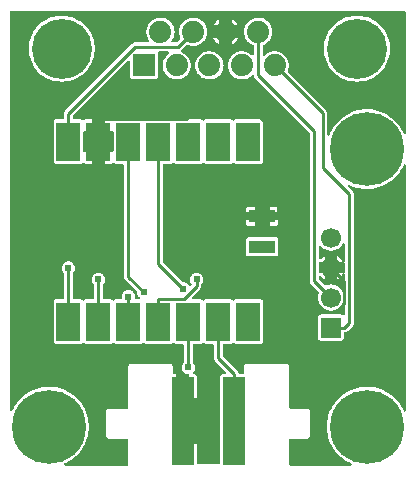
<source format=gtl>
G04 Layer: TopLayer*
G04 EasyEDA v6.4.14, 2021-02-02T13:22:32--5:00*
G04 99f0f78b573744e3acd602d4f8b6235f,d79a69aa59da4e1fbb9b7d465b79b5da,10*
G04 Gerber Generator version 0.2*
G04 Scale: 100 percent, Rotated: No, Reflected: No *
G04 Dimensions in millimeters *
G04 leading zeros omitted , absolute positions ,4 integer and 5 decimal *
%FSLAX45Y45*%
%MOMM*%

%ADD11C,0.2600*%
%ADD12C,0.6100*%
%ADD13R,2.0000X3.3000*%
%ADD14R,2.3000X1.1000*%
%ADD15R,1.9000X7.5000*%
%ADD16R,1.7000X1.7000*%
%ADD17C,1.7000*%
%ADD19C,1.8796*%
%ADD20C,5.0800*%
%ADD21C,6.2500*%

%LPD*%
G36*
X2848813Y1492148D02*
G01*
X2844749Y1494028D01*
X2841853Y1497431D01*
X2837789Y1505153D01*
X2829712Y1516786D01*
X2820162Y1527251D01*
X2809392Y1536446D01*
X2797505Y1544218D01*
X2784703Y1550365D01*
X2771241Y1554835D01*
X2757322Y1557528D01*
X2743200Y1558442D01*
X2729077Y1557528D01*
X2715158Y1554835D01*
X2702864Y1550720D01*
X2699156Y1550212D01*
X2695549Y1551076D01*
X2692450Y1553210D01*
X2645105Y1600555D01*
X2642920Y1603806D01*
X2642158Y1607718D01*
X2642158Y1622399D01*
X2643022Y1626463D01*
X2645410Y1629867D01*
X2648966Y1632000D01*
X2653080Y1632508D01*
X2657043Y1631391D01*
X2660243Y1628749D01*
X2661310Y1627428D01*
X2671470Y1617573D01*
X2682849Y1609090D01*
X2694330Y1602587D01*
X2694330Y1652930D01*
X2652318Y1652930D01*
X2648407Y1653743D01*
X2645105Y1655927D01*
X2642920Y1659229D01*
X2642158Y1663090D01*
X2642158Y1740509D01*
X2642920Y1744370D01*
X2645105Y1747672D01*
X2648407Y1749856D01*
X2652318Y1750669D01*
X2694330Y1750669D01*
X2694330Y1800809D01*
X2688894Y1798218D01*
X2677007Y1790446D01*
X2666238Y1781251D01*
X2659837Y1774240D01*
X2656586Y1771853D01*
X2652623Y1770888D01*
X2648661Y1771599D01*
X2645257Y1773783D01*
X2642971Y1777085D01*
X2642158Y1781048D01*
X2642158Y1876399D01*
X2643022Y1880463D01*
X2645410Y1883867D01*
X2648966Y1886000D01*
X2653080Y1886508D01*
X2657043Y1885391D01*
X2660243Y1882749D01*
X2661310Y1881428D01*
X2671470Y1871573D01*
X2682849Y1863089D01*
X2695194Y1856130D01*
X2708351Y1850796D01*
X2722067Y1847189D01*
X2736088Y1845411D01*
X2750312Y1845411D01*
X2764332Y1847189D01*
X2778048Y1850796D01*
X2791206Y1856130D01*
X2803550Y1863089D01*
X2814929Y1871573D01*
X2825089Y1881428D01*
X2833928Y1892503D01*
X2841548Y1905254D01*
X2843834Y1908454D01*
X2847136Y1910588D01*
X2850997Y1911299D01*
X2854858Y1910486D01*
X2858058Y1908251D01*
X2860243Y1905000D01*
X2861005Y1901139D01*
X2861005Y1756105D01*
X2860040Y1751736D01*
X2857246Y1748231D01*
X2858058Y1747672D01*
X2860243Y1744370D01*
X2861005Y1740509D01*
X2861005Y1663090D01*
X2860243Y1659229D01*
X2858058Y1655927D01*
X2856839Y1655114D01*
X2858058Y1654251D01*
X2860243Y1651000D01*
X2861005Y1647139D01*
X2861005Y1502105D01*
X2860040Y1497736D01*
X2857246Y1494231D01*
X2853283Y1492250D01*
G37*

%LPC*%
G36*
X2792069Y1602587D02*
G01*
X2803550Y1609090D01*
X2814929Y1617573D01*
X2825089Y1627428D01*
X2833928Y1638503D01*
X2841548Y1651254D01*
X2842768Y1652930D01*
X2792069Y1652930D01*
G37*
G36*
X2792069Y1750669D02*
G01*
X2842514Y1750669D01*
X2841853Y1751431D01*
X2837789Y1759153D01*
X2829712Y1770786D01*
X2820162Y1781251D01*
X2809392Y1790446D01*
X2797505Y1798218D01*
X2792069Y1800809D01*
G37*

%LPD*%
G36*
X493064Y25654D02*
G01*
X489153Y26416D01*
X485901Y28600D01*
X483666Y31902D01*
X482904Y35763D01*
X483666Y39674D01*
X485851Y42976D01*
X489102Y45161D01*
X498195Y48971D01*
X520954Y60655D01*
X542798Y74015D01*
X563575Y88950D01*
X583133Y105460D01*
X601421Y123393D01*
X618236Y142646D01*
X633628Y163118D01*
X647395Y184658D01*
X659485Y207213D01*
X669798Y230632D01*
X678383Y254762D01*
X685088Y279450D01*
X689864Y304596D01*
X692759Y330047D01*
X693724Y355600D01*
X692759Y381152D01*
X689864Y406603D01*
X685088Y431749D01*
X678383Y456438D01*
X669798Y480568D01*
X659485Y503986D01*
X647395Y526542D01*
X633628Y548081D01*
X618236Y568553D01*
X601421Y587806D01*
X583133Y605739D01*
X563575Y622249D01*
X542798Y637184D01*
X520954Y650544D01*
X498195Y662228D01*
X474573Y672134D01*
X450291Y680212D01*
X425500Y686460D01*
X400253Y690778D01*
X374802Y693216D01*
X349199Y693674D01*
X323646Y692251D01*
X298297Y688848D01*
X273253Y683564D01*
X248666Y676402D01*
X224739Y667410D01*
X201523Y656590D01*
X179171Y644093D01*
X157886Y629920D01*
X137718Y614172D01*
X118770Y596950D01*
X101193Y578358D01*
X85090Y558495D01*
X70510Y537413D01*
X57556Y515366D01*
X46329Y492353D01*
X45262Y489610D01*
X43078Y486257D01*
X39776Y484022D01*
X35915Y483209D01*
X32004Y483971D01*
X28651Y486156D01*
X26416Y489458D01*
X25654Y493369D01*
X25654Y3863086D01*
X26416Y3866997D01*
X28651Y3870248D01*
X31902Y3872484D01*
X35814Y3873246D01*
X3367786Y3873246D01*
X3371697Y3872484D01*
X3374948Y3870248D01*
X3377184Y3866997D01*
X3377946Y3863086D01*
X3377946Y2842564D01*
X3377184Y2838704D01*
X3374999Y2835452D01*
X3371748Y2833217D01*
X3367938Y2832404D01*
X3364077Y2833116D01*
X3360724Y2835249D01*
X3358489Y2838450D01*
X3351885Y2853486D01*
X3339795Y2876042D01*
X3326028Y2897581D01*
X3310636Y2918053D01*
X3293821Y2937306D01*
X3275533Y2955239D01*
X3255975Y2971749D01*
X3235198Y2986684D01*
X3213354Y3000044D01*
X3190595Y3011728D01*
X3166973Y3021634D01*
X3142691Y3029712D01*
X3117900Y3035960D01*
X3092653Y3040278D01*
X3067202Y3042716D01*
X3041599Y3043174D01*
X3016046Y3041751D01*
X2990697Y3038348D01*
X2965653Y3033064D01*
X2941066Y3025902D01*
X2917139Y3016910D01*
X2893923Y3006090D01*
X2871571Y2993593D01*
X2850286Y2979420D01*
X2830118Y2963672D01*
X2811170Y2946450D01*
X2793593Y2927858D01*
X2777490Y2907995D01*
X2762910Y2886913D01*
X2749956Y2864866D01*
X2738729Y2841853D01*
X2732125Y2825191D01*
X2729941Y2821838D01*
X2726639Y2819603D01*
X2722778Y2818790D01*
X2718816Y2819552D01*
X2715514Y2821736D01*
X2713278Y2825038D01*
X2712516Y2828950D01*
X2712516Y3007614D01*
X2711704Y3015640D01*
X2709519Y3022904D01*
X2705963Y3029559D01*
X2700832Y3035808D01*
X2380437Y3356203D01*
X2378202Y3359607D01*
X2377490Y3363620D01*
X2378405Y3367633D01*
X2379776Y3370529D01*
X2384247Y3384600D01*
X2386939Y3399078D01*
X2387854Y3413760D01*
X2386939Y3428441D01*
X2384247Y3442919D01*
X2379776Y3456990D01*
X2373579Y3470351D01*
X2365857Y3482848D01*
X2356612Y3494328D01*
X2346045Y3504590D01*
X2334310Y3513480D01*
X2321560Y3520846D01*
X2307996Y3526586D01*
X2293823Y3530600D01*
X2279243Y3532886D01*
X2264511Y3533343D01*
X2249881Y3531971D01*
X2235504Y3528822D01*
X2221585Y3523894D01*
X2208428Y3517341D01*
X2196134Y3509213D01*
X2184857Y3499510D01*
X2181555Y3497122D01*
X2177643Y3496208D01*
X2173681Y3496868D01*
X2170277Y3499053D01*
X2167991Y3502406D01*
X2167178Y3506368D01*
X2167178Y3578250D01*
X2167940Y3582111D01*
X2170125Y3585362D01*
X2173376Y3587597D01*
X2181860Y3591153D01*
X2194610Y3598519D01*
X2206345Y3607409D01*
X2216912Y3617671D01*
X2226157Y3629151D01*
X2233879Y3641648D01*
X2240076Y3655009D01*
X2244547Y3669080D01*
X2247239Y3683558D01*
X2248154Y3698240D01*
X2247239Y3712921D01*
X2244547Y3727399D01*
X2240076Y3741470D01*
X2233879Y3754831D01*
X2226157Y3767328D01*
X2216912Y3778808D01*
X2206345Y3789070D01*
X2194610Y3797960D01*
X2181860Y3805326D01*
X2168296Y3811066D01*
X2154123Y3815079D01*
X2139543Y3817365D01*
X2124811Y3817823D01*
X2110181Y3816451D01*
X2095804Y3813301D01*
X2081885Y3808374D01*
X2068728Y3801821D01*
X2056434Y3793693D01*
X2045258Y3784092D01*
X2035352Y3773220D01*
X2026818Y3761232D01*
X2019858Y3748227D01*
X2014524Y3734511D01*
X2010918Y3720236D01*
X2009139Y3705606D01*
X2009139Y3690874D01*
X2010918Y3676243D01*
X2014524Y3661968D01*
X2019858Y3648252D01*
X2026818Y3635248D01*
X2035352Y3623259D01*
X2045258Y3612387D01*
X2056434Y3602786D01*
X2068728Y3594658D01*
X2081885Y3588105D01*
X2086610Y3585514D01*
X2088997Y3582162D01*
X2089861Y3578098D01*
X2089861Y3508552D01*
X2089099Y3504692D01*
X2086914Y3501390D01*
X2083663Y3499205D01*
X2079802Y3498392D01*
X2075942Y3499104D01*
X2072639Y3501237D01*
X2069185Y3504590D01*
X2057450Y3513480D01*
X2044700Y3520846D01*
X2031136Y3526586D01*
X2016963Y3530600D01*
X2002383Y3532886D01*
X1987651Y3533343D01*
X1973021Y3531971D01*
X1958644Y3528822D01*
X1944725Y3523894D01*
X1931568Y3517341D01*
X1919274Y3509213D01*
X1908098Y3499612D01*
X1898192Y3488740D01*
X1889658Y3476751D01*
X1882698Y3463747D01*
X1877364Y3450031D01*
X1873757Y3435756D01*
X1871980Y3421126D01*
X1871980Y3406394D01*
X1873757Y3391763D01*
X1877364Y3377488D01*
X1882698Y3363772D01*
X1889658Y3350768D01*
X1898192Y3338779D01*
X1908098Y3327908D01*
X1919274Y3318306D01*
X1931568Y3310178D01*
X1944725Y3303625D01*
X1958644Y3298698D01*
X1973021Y3295548D01*
X1987651Y3294176D01*
X2002383Y3294634D01*
X2016963Y3296920D01*
X2031136Y3300933D01*
X2044700Y3306673D01*
X2057450Y3314039D01*
X2069185Y3322929D01*
X2075129Y3328670D01*
X2078634Y3330905D01*
X2082698Y3331514D01*
X2086711Y3330498D01*
X2089962Y3327958D01*
X2091943Y3324351D01*
X2092858Y3321253D01*
X2096414Y3314598D01*
X2101545Y3308350D01*
X2561894Y2848000D01*
X2564079Y2844749D01*
X2564841Y2840837D01*
X2564841Y1588008D01*
X2565654Y1579981D01*
X2567838Y1572717D01*
X2571394Y1566062D01*
X2576525Y1559814D01*
X2637891Y1498447D01*
X2640076Y1495247D01*
X2640888Y1491538D01*
X2640228Y1487728D01*
X2637129Y1479296D01*
X2633980Y1465478D01*
X2632608Y1451356D01*
X2633065Y1437182D01*
X2635351Y1423162D01*
X2639364Y1409598D01*
X2645105Y1396644D01*
X2652471Y1384503D01*
X2661310Y1373428D01*
X2671470Y1363573D01*
X2682849Y1355090D01*
X2695194Y1348130D01*
X2708351Y1342796D01*
X2722067Y1339189D01*
X2736088Y1337411D01*
X2750312Y1337411D01*
X2764332Y1339189D01*
X2778048Y1342796D01*
X2791206Y1348130D01*
X2803550Y1355090D01*
X2814929Y1363573D01*
X2825089Y1373428D01*
X2833928Y1384503D01*
X2841548Y1397254D01*
X2843834Y1400454D01*
X2847136Y1402588D01*
X2850997Y1403299D01*
X2854858Y1402486D01*
X2858058Y1400251D01*
X2860243Y1397000D01*
X2861005Y1393139D01*
X2861005Y1306474D01*
X2860090Y1302258D01*
X2857500Y1298803D01*
X2853690Y1296720D01*
X2849372Y1296416D01*
X2845358Y1297940D01*
X2839262Y1301851D01*
X2833878Y1303731D01*
X2827629Y1304442D01*
X2658770Y1304442D01*
X2652522Y1303731D01*
X2647086Y1301851D01*
X2642260Y1298803D01*
X2638196Y1294739D01*
X2635148Y1289913D01*
X2633268Y1284478D01*
X2632557Y1278229D01*
X2632557Y1109370D01*
X2633268Y1103122D01*
X2635148Y1097686D01*
X2638196Y1092860D01*
X2642260Y1088796D01*
X2647086Y1085748D01*
X2652522Y1083868D01*
X2658770Y1083157D01*
X2827629Y1083157D01*
X2833878Y1083868D01*
X2839313Y1085748D01*
X2844139Y1088796D01*
X2848203Y1092860D01*
X2851251Y1097686D01*
X2853131Y1103122D01*
X2853842Y1109370D01*
X2853842Y1145641D01*
X2854553Y1149299D01*
X2856484Y1152448D01*
X2859430Y1154684D01*
X2863037Y1155750D01*
X2865018Y1155954D01*
X2872282Y1158138D01*
X2878937Y1161694D01*
X2885186Y1166825D01*
X2926638Y1208278D01*
X2931769Y1214526D01*
X2935325Y1221181D01*
X2937510Y1228445D01*
X2938322Y1236472D01*
X2938322Y2320544D01*
X2937510Y2328570D01*
X2935325Y2335834D01*
X2931769Y2342489D01*
X2926638Y2348738D01*
X2892247Y2383180D01*
X2890012Y2386533D01*
X2889250Y2390444D01*
X2890113Y2394407D01*
X2892399Y2397709D01*
X2895803Y2399842D01*
X2899765Y2400503D01*
X2903677Y2399538D01*
X2917139Y2393289D01*
X2941066Y2384298D01*
X2965653Y2377135D01*
X2990697Y2371852D01*
X3016046Y2368448D01*
X3041599Y2367026D01*
X3067202Y2367483D01*
X3092653Y2369921D01*
X3117900Y2374239D01*
X3142691Y2380488D01*
X3166973Y2388565D01*
X3190595Y2398471D01*
X3213354Y2410155D01*
X3235198Y2423515D01*
X3255975Y2438450D01*
X3275533Y2454960D01*
X3293821Y2472893D01*
X3310636Y2492146D01*
X3326028Y2512618D01*
X3339795Y2534158D01*
X3351885Y2556713D01*
X3358489Y2571750D01*
X3360724Y2574950D01*
X3364077Y2577084D01*
X3367938Y2577795D01*
X3371748Y2576982D01*
X3374999Y2574747D01*
X3377184Y2571496D01*
X3377946Y2567635D01*
X3377946Y493064D01*
X3377184Y489204D01*
X3374999Y485952D01*
X3371748Y483717D01*
X3367938Y482904D01*
X3364077Y483616D01*
X3360724Y485749D01*
X3358489Y488950D01*
X3351885Y503986D01*
X3339795Y526542D01*
X3326028Y548081D01*
X3310636Y568553D01*
X3293821Y587806D01*
X3275533Y605739D01*
X3255975Y622249D01*
X3235198Y637184D01*
X3213354Y650544D01*
X3190595Y662228D01*
X3166973Y672134D01*
X3142691Y680212D01*
X3117900Y686460D01*
X3092653Y690778D01*
X3067202Y693216D01*
X3041599Y693674D01*
X3016046Y692251D01*
X2990697Y688848D01*
X2965653Y683564D01*
X2941066Y676402D01*
X2917139Y667410D01*
X2893923Y656590D01*
X2871571Y644093D01*
X2850286Y629920D01*
X2830118Y614172D01*
X2811170Y596950D01*
X2793593Y578358D01*
X2777490Y558495D01*
X2762910Y537413D01*
X2749956Y515366D01*
X2738729Y492353D01*
X2729280Y468579D01*
X2721660Y444144D01*
X2715869Y419201D01*
X2712008Y393903D01*
X2710078Y368401D01*
X2710078Y342798D01*
X2712008Y317296D01*
X2715869Y291998D01*
X2721660Y267055D01*
X2729280Y242620D01*
X2738729Y218846D01*
X2749956Y195834D01*
X2762910Y173786D01*
X2777490Y152704D01*
X2793593Y132842D01*
X2811170Y114249D01*
X2830118Y97028D01*
X2850286Y81280D01*
X2871571Y67106D01*
X2893923Y54610D01*
X2914497Y45008D01*
X2917647Y42722D01*
X2919730Y39420D01*
X2920390Y35560D01*
X2919526Y31750D01*
X2917291Y28549D01*
X2914040Y26416D01*
X2910230Y25654D01*
X2398014Y25654D01*
X2394102Y26416D01*
X2390851Y28651D01*
X2388616Y31902D01*
X2387854Y35814D01*
X2387854Y243586D01*
X2388616Y247497D01*
X2390851Y250748D01*
X2394102Y252984D01*
X2398014Y253746D01*
X2539390Y253746D01*
X2545842Y254508D01*
X2551277Y256590D01*
X2556357Y260096D01*
X2559405Y263144D01*
X2561996Y266700D01*
X2564485Y272186D01*
X2565654Y279552D01*
X2565654Y481990D01*
X2564892Y488442D01*
X2562809Y493877D01*
X2559304Y498957D01*
X2556256Y502005D01*
X2552700Y504596D01*
X2547213Y507085D01*
X2539847Y508254D01*
X2398014Y508254D01*
X2394102Y509016D01*
X2390851Y511251D01*
X2388616Y514502D01*
X2387854Y518414D01*
X2387854Y862990D01*
X2387092Y869442D01*
X2385009Y874877D01*
X2381504Y879957D01*
X2378456Y883005D01*
X2374900Y885596D01*
X2369413Y888085D01*
X2362047Y889253D01*
X2032609Y889253D01*
X2026157Y888492D01*
X2020722Y886409D01*
X2015642Y882903D01*
X2012594Y879856D01*
X2010003Y876300D01*
X2007514Y870813D01*
X2006346Y863447D01*
X2006346Y810615D01*
X2005584Y806704D01*
X2003348Y803452D01*
X2000097Y801217D01*
X1996186Y800455D01*
X1972462Y800455D01*
X1968804Y801116D01*
X1965655Y803097D01*
X1963369Y806043D01*
X1962150Y811428D01*
X1959965Y818692D01*
X1956409Y825347D01*
X1951278Y831596D01*
X1832305Y950569D01*
X1830120Y953820D01*
X1829358Y957732D01*
X1829358Y1043787D01*
X1830120Y1047699D01*
X1832305Y1050950D01*
X1835607Y1053185D01*
X1839518Y1053947D01*
X1890115Y1053947D01*
X1896414Y1054658D01*
X1901799Y1056538D01*
X1906676Y1059586D01*
X1910537Y1063447D01*
X1913788Y1065631D01*
X1917700Y1066444D01*
X1921611Y1065631D01*
X1924862Y1063447D01*
X1928723Y1059586D01*
X1933600Y1056538D01*
X1938985Y1054658D01*
X1945284Y1053947D01*
X2144115Y1053947D01*
X2150414Y1054658D01*
X2155799Y1056538D01*
X2160676Y1059586D01*
X2164689Y1063650D01*
X2167737Y1068476D01*
X2169668Y1073912D01*
X2170379Y1080160D01*
X2170379Y1409039D01*
X2169668Y1415288D01*
X2167737Y1420723D01*
X2164689Y1425549D01*
X2160676Y1429613D01*
X2155799Y1432661D01*
X2150414Y1434541D01*
X2144115Y1435252D01*
X1945284Y1435252D01*
X1938985Y1434541D01*
X1933600Y1432661D01*
X1928723Y1429613D01*
X1924862Y1425752D01*
X1921611Y1423517D01*
X1917700Y1422755D01*
X1913788Y1423517D01*
X1910537Y1425752D01*
X1906676Y1429613D01*
X1901799Y1432661D01*
X1896414Y1434541D01*
X1890115Y1435252D01*
X1691284Y1435252D01*
X1684985Y1434541D01*
X1679600Y1432661D01*
X1674723Y1429613D01*
X1670862Y1425752D01*
X1667611Y1423517D01*
X1663700Y1422755D01*
X1659788Y1423517D01*
X1656537Y1425752D01*
X1652676Y1429613D01*
X1647799Y1432661D01*
X1642414Y1434541D01*
X1636115Y1435252D01*
X1574393Y1435252D01*
X1570482Y1436014D01*
X1567230Y1438249D01*
X1564995Y1441500D01*
X1564233Y1445412D01*
X1564995Y1449324D01*
X1567230Y1452575D01*
X1633524Y1518920D01*
X1638655Y1525168D01*
X1642211Y1531823D01*
X1644396Y1539087D01*
X1645208Y1547114D01*
X1645208Y1557121D01*
X1645970Y1560982D01*
X1648155Y1564284D01*
X1649526Y1565656D01*
X1655165Y1573682D01*
X1659280Y1582521D01*
X1661820Y1591970D01*
X1662684Y1601724D01*
X1661820Y1611477D01*
X1659280Y1620926D01*
X1655165Y1629765D01*
X1649526Y1637792D01*
X1642618Y1644700D01*
X1634591Y1650339D01*
X1625752Y1654454D01*
X1616303Y1656994D01*
X1606550Y1657857D01*
X1596796Y1656994D01*
X1587347Y1654454D01*
X1578508Y1650339D01*
X1570482Y1644700D01*
X1563573Y1637792D01*
X1557934Y1629765D01*
X1553819Y1620926D01*
X1551279Y1611477D01*
X1550416Y1601724D01*
X1551279Y1591970D01*
X1553819Y1582521D01*
X1557934Y1573682D01*
X1561693Y1568297D01*
X1563217Y1565097D01*
X1563522Y1561592D01*
X1562608Y1558188D01*
X1560576Y1555292D01*
X1556613Y1551330D01*
X1552905Y1548993D01*
X1548536Y1548384D01*
X1544370Y1549704D01*
X1541119Y1552702D01*
X1537004Y1558544D01*
X1530096Y1565452D01*
X1522069Y1571091D01*
X1513230Y1575206D01*
X1503781Y1577746D01*
X1496110Y1578406D01*
X1492707Y1579321D01*
X1489811Y1581353D01*
X1324305Y1746859D01*
X1322120Y1750110D01*
X1321358Y1754022D01*
X1321358Y2567787D01*
X1322120Y2571699D01*
X1324305Y2574950D01*
X1327607Y2577185D01*
X1331518Y2577947D01*
X1382115Y2577947D01*
X1388414Y2578658D01*
X1393799Y2580538D01*
X1398676Y2583586D01*
X1402537Y2587447D01*
X1405788Y2589631D01*
X1409700Y2590444D01*
X1413611Y2589631D01*
X1416862Y2587447D01*
X1420723Y2583586D01*
X1425600Y2580538D01*
X1430985Y2578658D01*
X1437284Y2577947D01*
X1636115Y2577947D01*
X1642414Y2578658D01*
X1647799Y2580538D01*
X1652676Y2583586D01*
X1656537Y2587447D01*
X1659788Y2589631D01*
X1663700Y2590444D01*
X1667611Y2589631D01*
X1670862Y2587447D01*
X1674723Y2583586D01*
X1679600Y2580538D01*
X1684985Y2578658D01*
X1691284Y2577947D01*
X1890115Y2577947D01*
X1896414Y2578658D01*
X1901799Y2580538D01*
X1906676Y2583586D01*
X1910537Y2587447D01*
X1913788Y2589631D01*
X1917700Y2590444D01*
X1921611Y2589631D01*
X1924862Y2587447D01*
X1928723Y2583586D01*
X1933600Y2580538D01*
X1938985Y2578658D01*
X1945284Y2577947D01*
X2144115Y2577947D01*
X2150414Y2578658D01*
X2155799Y2580538D01*
X2160676Y2583586D01*
X2164689Y2587650D01*
X2167737Y2592476D01*
X2169668Y2597912D01*
X2170379Y2604160D01*
X2170379Y2933039D01*
X2169668Y2939288D01*
X2167737Y2944723D01*
X2164689Y2949549D01*
X2160676Y2953613D01*
X2155799Y2956661D01*
X2150414Y2958541D01*
X2144115Y2959252D01*
X1945284Y2959252D01*
X1938985Y2958541D01*
X1933600Y2956661D01*
X1928723Y2953613D01*
X1924862Y2949752D01*
X1921611Y2947517D01*
X1917700Y2946755D01*
X1913788Y2947517D01*
X1910537Y2949752D01*
X1906676Y2953613D01*
X1901799Y2956661D01*
X1896414Y2958541D01*
X1890115Y2959252D01*
X1691284Y2959252D01*
X1684985Y2958541D01*
X1679600Y2956661D01*
X1674723Y2953613D01*
X1670862Y2949752D01*
X1667611Y2947517D01*
X1663700Y2946755D01*
X1659788Y2947517D01*
X1656537Y2949752D01*
X1652676Y2953613D01*
X1647799Y2956661D01*
X1642414Y2958541D01*
X1636115Y2959252D01*
X1437284Y2959252D01*
X1430985Y2958541D01*
X1425600Y2956661D01*
X1420723Y2953613D01*
X1416862Y2949752D01*
X1413611Y2947517D01*
X1409700Y2946755D01*
X1405788Y2947517D01*
X1402537Y2949752D01*
X1398676Y2953613D01*
X1393799Y2956661D01*
X1388414Y2958541D01*
X1382115Y2959252D01*
X1183284Y2959252D01*
X1176985Y2958541D01*
X1171600Y2956661D01*
X1166723Y2953613D01*
X1162862Y2949752D01*
X1159611Y2947517D01*
X1155700Y2946755D01*
X1151788Y2947517D01*
X1148537Y2949752D01*
X1144676Y2953613D01*
X1139799Y2956661D01*
X1134414Y2958541D01*
X1128115Y2959252D01*
X929284Y2959252D01*
X922985Y2958541D01*
X917600Y2956661D01*
X912723Y2953613D01*
X908862Y2949752D01*
X905611Y2947517D01*
X901700Y2946755D01*
X897788Y2947517D01*
X894537Y2949752D01*
X890676Y2953613D01*
X885799Y2956661D01*
X880414Y2958541D01*
X874115Y2959252D01*
X831037Y2959252D01*
X831037Y2857449D01*
X892911Y2857449D01*
X896772Y2856687D01*
X900074Y2854452D01*
X902258Y2851200D01*
X903071Y2847289D01*
X903071Y2689910D01*
X902258Y2685999D01*
X900074Y2682748D01*
X896772Y2680512D01*
X892911Y2679750D01*
X831037Y2679750D01*
X831037Y2577947D01*
X874115Y2577947D01*
X880414Y2578658D01*
X885799Y2580538D01*
X890676Y2583586D01*
X894537Y2587447D01*
X897788Y2589631D01*
X901700Y2590444D01*
X905611Y2589631D01*
X908862Y2587447D01*
X912723Y2583586D01*
X917600Y2580538D01*
X922985Y2578658D01*
X929284Y2577947D01*
X979881Y2577947D01*
X983792Y2577185D01*
X987094Y2574950D01*
X989279Y2571699D01*
X990041Y2567787D01*
X990041Y1624584D01*
X990853Y1616557D01*
X993038Y1609293D01*
X996594Y1602638D01*
X1001725Y1596390D01*
X1098092Y1500022D01*
X1100124Y1497126D01*
X1101039Y1493723D01*
X1101699Y1486052D01*
X1104239Y1476603D01*
X1108354Y1467764D01*
X1113993Y1459738D01*
X1121105Y1452575D01*
X1123340Y1449324D01*
X1124102Y1445412D01*
X1123340Y1441500D01*
X1121105Y1438249D01*
X1117803Y1436014D01*
X1113942Y1435252D01*
X1094028Y1435252D01*
X1089914Y1436116D01*
X1086561Y1438554D01*
X1084427Y1442161D01*
X1083919Y1446276D01*
X1084834Y1456690D01*
X1083970Y1466443D01*
X1081430Y1475892D01*
X1077315Y1484731D01*
X1071676Y1492758D01*
X1064768Y1499666D01*
X1056741Y1505305D01*
X1047902Y1509420D01*
X1038453Y1511960D01*
X1028700Y1512824D01*
X1018946Y1511960D01*
X1009497Y1509420D01*
X1000658Y1505305D01*
X992632Y1499666D01*
X985723Y1492758D01*
X980084Y1484731D01*
X975969Y1475892D01*
X973429Y1466443D01*
X972566Y1456690D01*
X973480Y1446276D01*
X972972Y1442161D01*
X970838Y1438554D01*
X967486Y1436116D01*
X963371Y1435252D01*
X929284Y1435252D01*
X922985Y1434541D01*
X917600Y1432661D01*
X912723Y1429613D01*
X908862Y1425752D01*
X905611Y1423517D01*
X901700Y1422755D01*
X897788Y1423517D01*
X894537Y1425752D01*
X890676Y1429613D01*
X885799Y1432661D01*
X880414Y1434541D01*
X874115Y1435252D01*
X823518Y1435252D01*
X819607Y1436014D01*
X816305Y1438249D01*
X814120Y1441500D01*
X813358Y1445412D01*
X813358Y1557121D01*
X814120Y1560982D01*
X816305Y1564284D01*
X817676Y1565656D01*
X823315Y1573682D01*
X827430Y1582521D01*
X829970Y1591970D01*
X830834Y1601724D01*
X829970Y1611477D01*
X827430Y1620926D01*
X823315Y1629765D01*
X817676Y1637792D01*
X810768Y1644700D01*
X802741Y1650339D01*
X793902Y1654454D01*
X784453Y1656994D01*
X774700Y1657857D01*
X764946Y1656994D01*
X755497Y1654454D01*
X746658Y1650339D01*
X738632Y1644700D01*
X731723Y1637792D01*
X726084Y1629765D01*
X721969Y1620926D01*
X719429Y1611477D01*
X718566Y1601724D01*
X719429Y1591970D01*
X721969Y1582521D01*
X726084Y1573682D01*
X731723Y1565656D01*
X733094Y1564284D01*
X735279Y1560982D01*
X736041Y1557121D01*
X736041Y1445412D01*
X735279Y1441500D01*
X733094Y1438249D01*
X729792Y1436014D01*
X725881Y1435252D01*
X675284Y1435252D01*
X668985Y1434541D01*
X663600Y1432661D01*
X658723Y1429613D01*
X654862Y1425752D01*
X651611Y1423517D01*
X647700Y1422755D01*
X643788Y1423517D01*
X640537Y1425752D01*
X636676Y1429613D01*
X631799Y1432661D01*
X626414Y1434541D01*
X620115Y1435252D01*
X569518Y1435252D01*
X565607Y1436014D01*
X562305Y1438249D01*
X560120Y1441500D01*
X559358Y1445412D01*
X559358Y1654149D01*
X560120Y1658010D01*
X562305Y1661312D01*
X563676Y1662684D01*
X569315Y1670710D01*
X573430Y1679549D01*
X575970Y1688998D01*
X576834Y1698752D01*
X575970Y1708505D01*
X573430Y1717954D01*
X569315Y1726793D01*
X563676Y1734820D01*
X556768Y1741728D01*
X548741Y1747367D01*
X539902Y1751482D01*
X530453Y1754022D01*
X520700Y1754886D01*
X510946Y1754022D01*
X501497Y1751482D01*
X492658Y1747367D01*
X484632Y1741728D01*
X477723Y1734820D01*
X472084Y1726793D01*
X467969Y1717954D01*
X465429Y1708505D01*
X464566Y1698752D01*
X465429Y1688998D01*
X467969Y1679549D01*
X472084Y1670710D01*
X477723Y1662684D01*
X479094Y1661312D01*
X481279Y1658010D01*
X482041Y1654149D01*
X482041Y1445412D01*
X481279Y1441500D01*
X479094Y1438249D01*
X475792Y1436014D01*
X471881Y1435252D01*
X421284Y1435252D01*
X414985Y1434541D01*
X409600Y1432661D01*
X404723Y1429613D01*
X400710Y1425549D01*
X397662Y1420723D01*
X395732Y1415288D01*
X395071Y1409039D01*
X395071Y1080160D01*
X395732Y1073912D01*
X397662Y1068476D01*
X400710Y1063650D01*
X404723Y1059586D01*
X409600Y1056538D01*
X414985Y1054658D01*
X421284Y1053947D01*
X620115Y1053947D01*
X626414Y1054658D01*
X631799Y1056538D01*
X636676Y1059586D01*
X640537Y1063447D01*
X643788Y1065631D01*
X647700Y1066444D01*
X651611Y1065631D01*
X654862Y1063447D01*
X658723Y1059586D01*
X663600Y1056538D01*
X668985Y1054658D01*
X675284Y1053947D01*
X874115Y1053947D01*
X880414Y1054658D01*
X885799Y1056538D01*
X890676Y1059586D01*
X894537Y1063447D01*
X897788Y1065631D01*
X901700Y1066444D01*
X905611Y1065631D01*
X908862Y1063447D01*
X912723Y1059586D01*
X917600Y1056538D01*
X922985Y1054658D01*
X929284Y1053947D01*
X1128115Y1053947D01*
X1134414Y1054658D01*
X1139799Y1056538D01*
X1144676Y1059586D01*
X1148537Y1063447D01*
X1151788Y1065631D01*
X1155700Y1066444D01*
X1159611Y1065631D01*
X1162862Y1063447D01*
X1166723Y1059586D01*
X1171600Y1056538D01*
X1176985Y1054658D01*
X1183284Y1053947D01*
X1382115Y1053947D01*
X1388414Y1054658D01*
X1393799Y1056538D01*
X1398676Y1059586D01*
X1402537Y1063447D01*
X1405788Y1065631D01*
X1409700Y1066444D01*
X1413611Y1065631D01*
X1416862Y1063447D01*
X1420723Y1059586D01*
X1425600Y1056538D01*
X1430985Y1054658D01*
X1437284Y1053947D01*
X1487881Y1053947D01*
X1491792Y1053185D01*
X1495094Y1050950D01*
X1497279Y1047699D01*
X1498041Y1043787D01*
X1498041Y902106D01*
X1497279Y898245D01*
X1495094Y894943D01*
X1493723Y893571D01*
X1488084Y885545D01*
X1483969Y876706D01*
X1481429Y867257D01*
X1480566Y857503D01*
X1481429Y847750D01*
X1483969Y838301D01*
X1488084Y829462D01*
X1493723Y821436D01*
X1500632Y814527D01*
X1508658Y808888D01*
X1517497Y804773D01*
X1526946Y802233D01*
X1534261Y801624D01*
X1537868Y800608D01*
X1540865Y798322D01*
X1542846Y795172D01*
X1543558Y791464D01*
X1543558Y593648D01*
X1610360Y593648D01*
X1610360Y774242D01*
X1609648Y780491D01*
X1607769Y785926D01*
X1604721Y790752D01*
X1600657Y794816D01*
X1595780Y797864D01*
X1590395Y799744D01*
X1583232Y800455D01*
X1579372Y801217D01*
X1576070Y803452D01*
X1573834Y806704D01*
X1573072Y810615D01*
X1573834Y814527D01*
X1576070Y817778D01*
X1579676Y821436D01*
X1585315Y829462D01*
X1589430Y838301D01*
X1591970Y847750D01*
X1592834Y857503D01*
X1591970Y867257D01*
X1589430Y876706D01*
X1585315Y885545D01*
X1579676Y893571D01*
X1578305Y894943D01*
X1576120Y898245D01*
X1575358Y902106D01*
X1575358Y1043787D01*
X1576120Y1047699D01*
X1578305Y1050950D01*
X1581607Y1053185D01*
X1585518Y1053947D01*
X1636115Y1053947D01*
X1642414Y1054658D01*
X1647799Y1056538D01*
X1652676Y1059586D01*
X1656537Y1063447D01*
X1659788Y1065631D01*
X1663700Y1066444D01*
X1667611Y1065631D01*
X1670862Y1063447D01*
X1674723Y1059586D01*
X1679600Y1056538D01*
X1684985Y1054658D01*
X1691284Y1053947D01*
X1741881Y1053947D01*
X1745792Y1053185D01*
X1749094Y1050950D01*
X1751279Y1047699D01*
X1752041Y1043787D01*
X1752041Y938021D01*
X1752854Y929995D01*
X1755038Y922731D01*
X1758594Y916076D01*
X1763725Y909828D01*
X1855774Y817778D01*
X1857959Y814527D01*
X1858721Y810615D01*
X1857959Y806704D01*
X1855774Y803452D01*
X1852472Y801217D01*
X1848561Y800455D01*
X1829866Y800455D01*
X1823618Y799744D01*
X1818182Y797864D01*
X1813356Y794816D01*
X1809292Y790752D01*
X1806244Y785926D01*
X1804365Y780491D01*
X1803654Y774242D01*
X1803654Y48514D01*
X1802892Y44602D01*
X1800656Y41351D01*
X1797354Y39116D01*
X1793493Y38354D01*
X1620520Y38354D01*
X1616608Y39116D01*
X1613306Y41351D01*
X1611122Y44602D01*
X1610360Y48514D01*
X1610360Y205943D01*
X1543558Y205943D01*
X1543558Y48514D01*
X1542796Y44602D01*
X1540560Y41351D01*
X1537258Y39116D01*
X1533398Y38354D01*
X1446022Y38354D01*
X1442110Y39116D01*
X1438808Y41351D01*
X1436624Y44602D01*
X1435862Y48514D01*
X1435862Y205943D01*
X1420114Y205943D01*
X1416202Y206705D01*
X1412951Y208940D01*
X1410716Y212242D01*
X1409954Y216103D01*
X1409954Y583488D01*
X1410716Y587400D01*
X1412951Y590651D01*
X1416202Y592886D01*
X1420114Y593648D01*
X1435862Y593648D01*
X1435862Y800455D01*
X1420114Y800455D01*
X1416202Y801217D01*
X1412951Y803452D01*
X1410716Y806704D01*
X1409954Y810615D01*
X1409954Y862990D01*
X1409192Y869442D01*
X1407109Y874877D01*
X1403604Y879957D01*
X1400556Y883005D01*
X1397000Y885596D01*
X1391513Y888085D01*
X1384147Y889253D01*
X1054709Y889253D01*
X1048258Y888492D01*
X1042822Y886409D01*
X1037742Y882903D01*
X1034694Y879856D01*
X1032103Y876300D01*
X1029614Y870813D01*
X1028446Y863447D01*
X1028446Y518414D01*
X1027684Y514502D01*
X1025448Y511251D01*
X1022197Y509016D01*
X1018286Y508254D01*
X864209Y508254D01*
X857758Y507492D01*
X852322Y505409D01*
X847242Y501904D01*
X844194Y498856D01*
X841603Y495300D01*
X839114Y489813D01*
X837946Y482447D01*
X837946Y280009D01*
X838708Y273558D01*
X840790Y268122D01*
X844296Y263042D01*
X847344Y259994D01*
X850900Y257403D01*
X856386Y254914D01*
X863752Y253746D01*
X1018286Y253746D01*
X1022197Y252984D01*
X1025448Y250748D01*
X1027684Y247497D01*
X1028446Y243586D01*
X1028446Y35814D01*
X1027684Y31902D01*
X1025448Y28651D01*
X1022197Y26416D01*
X1018286Y25654D01*
G37*

%LPC*%
G36*
X2048256Y1795932D02*
G01*
X2277110Y1795932D01*
X2283409Y1796643D01*
X2288794Y1798523D01*
X2293670Y1801571D01*
X2297684Y1805635D01*
X2300732Y1810512D01*
X2302662Y1815896D01*
X2303373Y1822196D01*
X2303373Y1931009D01*
X2302662Y1937308D01*
X2300732Y1942693D01*
X2297684Y1947570D01*
X2293670Y1951583D01*
X2288794Y1954631D01*
X2283409Y1956562D01*
X2277110Y1957273D01*
X2048256Y1957273D01*
X2042007Y1956562D01*
X2036622Y1954631D01*
X2031746Y1951583D01*
X2027682Y1947570D01*
X2024634Y1942693D01*
X2022754Y1937308D01*
X2022043Y1931009D01*
X2022043Y1822196D01*
X2022754Y1815896D01*
X2024634Y1810512D01*
X2027682Y1805635D01*
X2031746Y1801571D01*
X2036622Y1798523D01*
X2042007Y1796643D01*
G37*
G36*
X2226564Y2055926D02*
G01*
X2277110Y2055926D01*
X2283409Y2056638D01*
X2288794Y2058568D01*
X2293670Y2061616D01*
X2297684Y2065629D01*
X2300732Y2070506D01*
X2302662Y2075891D01*
X2303373Y2082190D01*
X2303373Y2102764D01*
X2226564Y2102764D01*
G37*
G36*
X2048256Y2055926D02*
G01*
X2098852Y2055926D01*
X2098852Y2102764D01*
X2022043Y2102764D01*
X2022043Y2082190D01*
X2022754Y2075891D01*
X2024634Y2070506D01*
X2027682Y2065629D01*
X2031746Y2061616D01*
X2036622Y2058568D01*
X2042007Y2056638D01*
G37*
G36*
X2022043Y2170430D02*
G01*
X2098852Y2170430D01*
X2098852Y2217267D01*
X2048256Y2217267D01*
X2042007Y2216556D01*
X2036622Y2214676D01*
X2031746Y2211628D01*
X2027682Y2207564D01*
X2024634Y2202688D01*
X2022754Y2197303D01*
X2022043Y2191004D01*
G37*
G36*
X2226564Y2170430D02*
G01*
X2303373Y2170430D01*
X2303373Y2191004D01*
X2302662Y2197303D01*
X2300732Y2202688D01*
X2297684Y2207564D01*
X2293670Y2211628D01*
X2288794Y2214676D01*
X2283409Y2216556D01*
X2277110Y2217267D01*
X2226564Y2217267D01*
G37*
G36*
X421284Y2577947D02*
G01*
X620115Y2577947D01*
X626414Y2578658D01*
X631799Y2580538D01*
X636676Y2583586D01*
X640537Y2587447D01*
X643788Y2589631D01*
X647700Y2590444D01*
X651611Y2589631D01*
X654862Y2587447D01*
X658723Y2583586D01*
X663600Y2580538D01*
X668985Y2578658D01*
X675284Y2577947D01*
X718362Y2577947D01*
X718362Y2679750D01*
X656539Y2679750D01*
X652627Y2680512D01*
X649325Y2682748D01*
X647141Y2685999D01*
X646379Y2689910D01*
X646379Y2847289D01*
X647141Y2851200D01*
X649325Y2854452D01*
X652627Y2856687D01*
X656539Y2857449D01*
X718362Y2857449D01*
X718362Y2959252D01*
X675284Y2959252D01*
X668985Y2958541D01*
X663600Y2956661D01*
X658723Y2953613D01*
X654862Y2949752D01*
X651611Y2947517D01*
X647700Y2946755D01*
X643788Y2947517D01*
X640537Y2949752D01*
X636676Y2953613D01*
X631799Y2956661D01*
X626414Y2958541D01*
X620115Y2959252D01*
X569518Y2959252D01*
X565607Y2960014D01*
X562305Y2962249D01*
X560120Y2965500D01*
X559358Y2969412D01*
X559358Y2985617D01*
X560120Y2989529D01*
X562305Y2992780D01*
X1023823Y3454298D01*
X1027074Y3456482D01*
X1030986Y3457244D01*
X1034897Y3456482D01*
X1038148Y3454298D01*
X1040384Y3450996D01*
X1041146Y3447084D01*
X1041146Y3320338D01*
X1041857Y3314090D01*
X1043736Y3308654D01*
X1046784Y3303828D01*
X1050848Y3299764D01*
X1055674Y3296716D01*
X1061110Y3294837D01*
X1067358Y3294126D01*
X1254201Y3294126D01*
X1260449Y3294837D01*
X1265885Y3296716D01*
X1270711Y3299764D01*
X1274775Y3303828D01*
X1277823Y3308654D01*
X1279702Y3314090D01*
X1280414Y3320338D01*
X1280414Y3507181D01*
X1279702Y3513429D01*
X1278026Y3518306D01*
X1277467Y3522116D01*
X1278331Y3525875D01*
X1280566Y3529025D01*
X1283817Y3531108D01*
X1287576Y3531819D01*
X1365961Y3531819D01*
X1370126Y3530904D01*
X1373581Y3528364D01*
X1375664Y3524605D01*
X1376019Y3520287D01*
X1374546Y3516274D01*
X1371549Y3513175D01*
X1365554Y3509213D01*
X1354378Y3499612D01*
X1344472Y3488740D01*
X1335938Y3476751D01*
X1328978Y3463747D01*
X1323644Y3450031D01*
X1320038Y3435756D01*
X1318260Y3421126D01*
X1318260Y3406394D01*
X1320038Y3391763D01*
X1323644Y3377488D01*
X1328978Y3363772D01*
X1335938Y3350768D01*
X1344472Y3338779D01*
X1354378Y3327908D01*
X1365554Y3318306D01*
X1377848Y3310178D01*
X1391005Y3303625D01*
X1404924Y3298698D01*
X1419301Y3295548D01*
X1433931Y3294176D01*
X1448663Y3294634D01*
X1463243Y3296920D01*
X1477416Y3300933D01*
X1490980Y3306673D01*
X1503730Y3314039D01*
X1515465Y3322929D01*
X1526032Y3333191D01*
X1535277Y3344672D01*
X1542999Y3357168D01*
X1549196Y3370529D01*
X1553667Y3384600D01*
X1556359Y3399078D01*
X1557274Y3413760D01*
X1556359Y3428441D01*
X1553667Y3442919D01*
X1549196Y3456990D01*
X1542999Y3470351D01*
X1535277Y3482848D01*
X1526032Y3494328D01*
X1515465Y3504590D01*
X1503730Y3513480D01*
X1490980Y3520846D01*
X1479194Y3525824D01*
X1475790Y3528161D01*
X1473606Y3531717D01*
X1472996Y3535781D01*
X1474114Y3539794D01*
X1477264Y3543503D01*
X1519631Y3585870D01*
X1522780Y3588004D01*
X1526438Y3588816D01*
X1530197Y3588258D01*
X1544624Y3583178D01*
X1559001Y3580028D01*
X1573631Y3578656D01*
X1588363Y3579114D01*
X1602943Y3581400D01*
X1617116Y3585413D01*
X1630680Y3591153D01*
X1643430Y3598519D01*
X1655165Y3607409D01*
X1665732Y3617671D01*
X1674977Y3629151D01*
X1682699Y3641648D01*
X1688896Y3655009D01*
X1693367Y3669080D01*
X1696059Y3683558D01*
X1696974Y3698240D01*
X1696059Y3712921D01*
X1693367Y3727399D01*
X1688896Y3741470D01*
X1682699Y3754831D01*
X1674977Y3767328D01*
X1665732Y3778808D01*
X1655165Y3789070D01*
X1643430Y3797960D01*
X1630680Y3805326D01*
X1617116Y3811066D01*
X1602943Y3815079D01*
X1588363Y3817365D01*
X1573631Y3817823D01*
X1559001Y3816451D01*
X1544624Y3813301D01*
X1530705Y3808374D01*
X1517548Y3801821D01*
X1505254Y3793693D01*
X1494078Y3784092D01*
X1484172Y3773220D01*
X1475638Y3761232D01*
X1468678Y3748227D01*
X1463344Y3734511D01*
X1459738Y3720236D01*
X1457960Y3705606D01*
X1457960Y3690874D01*
X1459738Y3676243D01*
X1463344Y3661968D01*
X1467408Y3651554D01*
X1468069Y3647694D01*
X1467307Y3643884D01*
X1465122Y3640683D01*
X1436522Y3612083D01*
X1433271Y3609898D01*
X1429359Y3609136D01*
X1403248Y3609136D01*
X1399540Y3609848D01*
X1396288Y3611829D01*
X1394053Y3614928D01*
X1393088Y3618585D01*
X1393545Y3622344D01*
X1395323Y3625646D01*
X1398117Y3629151D01*
X1405839Y3641648D01*
X1412036Y3655009D01*
X1416507Y3669080D01*
X1419199Y3683558D01*
X1420114Y3698240D01*
X1419199Y3712921D01*
X1416507Y3727399D01*
X1412036Y3741470D01*
X1405839Y3754831D01*
X1398117Y3767328D01*
X1388872Y3778808D01*
X1378305Y3789070D01*
X1366570Y3797960D01*
X1353820Y3805326D01*
X1340256Y3811066D01*
X1326083Y3815079D01*
X1311503Y3817365D01*
X1296771Y3817823D01*
X1282141Y3816451D01*
X1267764Y3813301D01*
X1253845Y3808374D01*
X1240688Y3801821D01*
X1228394Y3793693D01*
X1217218Y3784092D01*
X1207312Y3773220D01*
X1198778Y3761232D01*
X1191818Y3748227D01*
X1186484Y3734511D01*
X1182878Y3720236D01*
X1181100Y3705606D01*
X1181100Y3690874D01*
X1182878Y3676243D01*
X1186484Y3661968D01*
X1191818Y3648252D01*
X1198778Y3635248D01*
X1205941Y3625138D01*
X1207668Y3621074D01*
X1207465Y3616706D01*
X1205433Y3612794D01*
X1201928Y3610101D01*
X1197660Y3609136D01*
X1085850Y3609136D01*
X1077823Y3608324D01*
X1070559Y3606139D01*
X1063904Y3602583D01*
X1057656Y3597452D01*
X493725Y3033522D01*
X488594Y3027273D01*
X485038Y3020618D01*
X482854Y3013354D01*
X482041Y3005328D01*
X482041Y2969412D01*
X481279Y2965500D01*
X479094Y2962249D01*
X475792Y2960014D01*
X471881Y2959252D01*
X421284Y2959252D01*
X414985Y2958541D01*
X409600Y2956661D01*
X404723Y2953613D01*
X400710Y2949549D01*
X397662Y2944723D01*
X395732Y2939288D01*
X395071Y2933039D01*
X395071Y2604160D01*
X395732Y2597912D01*
X397662Y2592476D01*
X400710Y2587650D01*
X404723Y2583586D01*
X409600Y2580538D01*
X414985Y2578658D01*
G37*
G36*
X464820Y3276346D02*
G01*
X487934Y3277311D01*
X510844Y3280156D01*
X533450Y3284931D01*
X555599Y3291484D01*
X577138Y3299917D01*
X597916Y3310077D01*
X617778Y3321913D01*
X636574Y3335324D01*
X654202Y3350260D01*
X670560Y3366617D01*
X685495Y3384245D01*
X698906Y3403041D01*
X710742Y3422904D01*
X720902Y3443681D01*
X729335Y3465220D01*
X735888Y3487369D01*
X740664Y3509975D01*
X743508Y3532886D01*
X744474Y3556000D01*
X743508Y3579114D01*
X740664Y3602024D01*
X735888Y3624630D01*
X729335Y3646779D01*
X720902Y3668318D01*
X710742Y3689096D01*
X698906Y3708958D01*
X685495Y3727754D01*
X670560Y3745382D01*
X654202Y3761740D01*
X636574Y3776675D01*
X617778Y3790086D01*
X597916Y3801922D01*
X577138Y3812082D01*
X555599Y3820515D01*
X533450Y3827068D01*
X510844Y3831844D01*
X487934Y3834688D01*
X464820Y3835654D01*
X441706Y3834688D01*
X418795Y3831844D01*
X396189Y3827068D01*
X374040Y3820515D01*
X352501Y3812082D01*
X331724Y3801922D01*
X311861Y3790086D01*
X293065Y3776675D01*
X275437Y3761740D01*
X259079Y3745382D01*
X244144Y3727754D01*
X230733Y3708958D01*
X218897Y3689096D01*
X208737Y3668318D01*
X200304Y3646779D01*
X193751Y3624630D01*
X188976Y3602024D01*
X186131Y3579114D01*
X185166Y3556000D01*
X186131Y3532886D01*
X188976Y3509975D01*
X193751Y3487369D01*
X200304Y3465220D01*
X208737Y3443681D01*
X218897Y3422904D01*
X230733Y3403041D01*
X244144Y3384245D01*
X259079Y3366617D01*
X275437Y3350260D01*
X293065Y3335324D01*
X311861Y3321913D01*
X331724Y3310077D01*
X352501Y3299917D01*
X374040Y3291484D01*
X396189Y3284931D01*
X418795Y3280156D01*
X441706Y3277311D01*
G37*
G36*
X2964180Y3276346D02*
G01*
X2987294Y3277311D01*
X3010204Y3280156D01*
X3032810Y3284931D01*
X3054959Y3291484D01*
X3076498Y3299917D01*
X3097276Y3310077D01*
X3117138Y3321913D01*
X3135934Y3335324D01*
X3153562Y3350260D01*
X3169920Y3366617D01*
X3184855Y3384245D01*
X3198266Y3403041D01*
X3210102Y3422904D01*
X3220262Y3443681D01*
X3228695Y3465220D01*
X3235248Y3487369D01*
X3240024Y3509975D01*
X3242868Y3532886D01*
X3243834Y3556000D01*
X3242868Y3579114D01*
X3240024Y3602024D01*
X3235248Y3624630D01*
X3228695Y3646779D01*
X3220262Y3668318D01*
X3210102Y3689096D01*
X3198266Y3708958D01*
X3184855Y3727754D01*
X3169920Y3745382D01*
X3153562Y3761740D01*
X3135934Y3776675D01*
X3117138Y3790086D01*
X3097276Y3801922D01*
X3076498Y3812082D01*
X3054959Y3820515D01*
X3032810Y3827068D01*
X3010204Y3831844D01*
X2987294Y3834688D01*
X2964180Y3835654D01*
X2941066Y3834688D01*
X2918155Y3831844D01*
X2895549Y3827068D01*
X2873400Y3820515D01*
X2851861Y3812082D01*
X2831084Y3801922D01*
X2811221Y3790086D01*
X2792425Y3776675D01*
X2774797Y3761740D01*
X2758440Y3745382D01*
X2743504Y3727754D01*
X2730093Y3708958D01*
X2718257Y3689096D01*
X2708097Y3668318D01*
X2699664Y3646779D01*
X2693111Y3624630D01*
X2688336Y3602024D01*
X2685491Y3579114D01*
X2684526Y3556000D01*
X2685491Y3532886D01*
X2688336Y3509975D01*
X2693111Y3487369D01*
X2699664Y3465220D01*
X2708097Y3443681D01*
X2718257Y3422904D01*
X2730093Y3403041D01*
X2743504Y3384245D01*
X2758440Y3366617D01*
X2774797Y3350260D01*
X2792425Y3335324D01*
X2811221Y3321913D01*
X2831084Y3310077D01*
X2851861Y3299917D01*
X2873400Y3291484D01*
X2895549Y3284931D01*
X2918155Y3280156D01*
X2941066Y3277311D01*
G37*
G36*
X1710791Y3294176D02*
G01*
X1725523Y3294634D01*
X1740103Y3296920D01*
X1754276Y3300933D01*
X1767839Y3306673D01*
X1780590Y3314039D01*
X1792325Y3322929D01*
X1802892Y3333191D01*
X1812137Y3344672D01*
X1819859Y3357168D01*
X1826056Y3370529D01*
X1830527Y3384600D01*
X1833219Y3399078D01*
X1834134Y3413760D01*
X1833219Y3428441D01*
X1830527Y3442919D01*
X1826056Y3456990D01*
X1819859Y3470351D01*
X1812137Y3482848D01*
X1802892Y3494328D01*
X1792325Y3504590D01*
X1780590Y3513480D01*
X1767839Y3520846D01*
X1754276Y3526586D01*
X1740103Y3530600D01*
X1725523Y3532886D01*
X1710791Y3533343D01*
X1696161Y3531971D01*
X1681784Y3528822D01*
X1667865Y3523894D01*
X1654708Y3517341D01*
X1642414Y3509213D01*
X1631238Y3499612D01*
X1621332Y3488740D01*
X1612798Y3476751D01*
X1605838Y3463747D01*
X1600504Y3450031D01*
X1596898Y3435756D01*
X1595120Y3421126D01*
X1595120Y3406394D01*
X1596898Y3391763D01*
X1600504Y3377488D01*
X1605838Y3363772D01*
X1612798Y3350768D01*
X1621332Y3338779D01*
X1631238Y3327908D01*
X1642414Y3318306D01*
X1654708Y3310178D01*
X1667865Y3303625D01*
X1681784Y3298698D01*
X1696161Y3295548D01*
G37*
G36*
X1905000Y3591153D02*
G01*
X1917750Y3598519D01*
X1929485Y3607409D01*
X1940052Y3617671D01*
X1949297Y3629151D01*
X1957019Y3641648D01*
X1958543Y3644900D01*
X1905000Y3644900D01*
G37*
G36*
X1798320Y3591407D02*
G01*
X1798320Y3644900D01*
X1744776Y3644900D01*
X1749958Y3635248D01*
X1758492Y3623259D01*
X1768398Y3612387D01*
X1779574Y3602786D01*
X1791868Y3594658D01*
G37*
G36*
X1744776Y3751579D02*
G01*
X1798320Y3751579D01*
X1798320Y3805072D01*
X1791868Y3801821D01*
X1779574Y3793693D01*
X1768398Y3784092D01*
X1758492Y3773220D01*
X1749958Y3761232D01*
G37*
G36*
X1905000Y3751579D02*
G01*
X1958543Y3751579D01*
X1957019Y3754831D01*
X1949297Y3767328D01*
X1940052Y3778808D01*
X1929485Y3789070D01*
X1917750Y3797960D01*
X1905000Y3805326D01*
G37*

%LPD*%
D11*
X2128520Y3698239D02*
G01*
X2128520Y3336036D01*
X2603500Y2861055D01*
X2603500Y1587500D01*
X2743200Y1447800D01*
X2743200Y1193800D02*
G01*
X2857500Y1193800D01*
X2268220Y3413760D02*
G01*
X2673858Y3008121D01*
X2673858Y2546857D01*
X2899663Y2321052D01*
X2899663Y1235963D01*
X2857500Y1193800D01*
X1577339Y3698239D02*
G01*
X1449578Y3570478D01*
X1085342Y3570478D01*
X520700Y3005836D01*
X520700Y2768600D01*
X2162809Y2136647D02*
G01*
X2296413Y2136647D01*
X1837689Y3282695D02*
G01*
X2296413Y2824226D01*
X2296413Y2136647D01*
X774700Y2962910D02*
G01*
X1517904Y2962910D01*
X1837689Y3282695D01*
X1837689Y3282695D02*
G01*
X1851660Y3296665D01*
X1851660Y3698239D01*
X774700Y2768600D02*
G01*
X774700Y2962910D01*
X2296413Y2136647D02*
G01*
X2306827Y2125979D01*
X2306827Y1717802D01*
X2696718Y1327912D01*
X2786634Y1327912D01*
X2857500Y1398778D01*
X2857500Y1587500D01*
X2743200Y1701800D01*
X1489710Y399795D02*
G01*
X1489710Y803910D01*
X1489710Y803910D02*
G01*
X1398270Y895350D01*
X1398270Y982726D01*
X1156970Y1495805D02*
G01*
X1028700Y1624076D01*
X1028700Y2768600D01*
X1536700Y1244600D02*
G01*
X1536700Y857504D01*
X1282700Y2768600D02*
G01*
X1282700Y1733804D01*
X1494028Y1522476D01*
X1282700Y1244600D02*
G01*
X1282700Y1438910D01*
X1282700Y1438910D02*
G01*
X1498854Y1438910D01*
X1606550Y1546605D01*
X1606550Y1601723D01*
X1028700Y1244600D02*
G01*
X1028700Y1438910D01*
X1028700Y1438910D02*
G01*
X1028700Y1456689D01*
X774700Y1244600D02*
G01*
X774700Y1601723D01*
X520700Y1244600D02*
G01*
X520700Y1698752D01*
X1924304Y803910D02*
G01*
X1790700Y937513D01*
X1790700Y1244600D01*
X1924304Y399795D02*
G01*
X1924304Y803910D01*
D13*
G01*
X520700Y1244600D03*
G01*
X774700Y1244600D03*
G01*
X1028700Y1244600D03*
G01*
X1282700Y1244600D03*
G01*
X1536700Y1244600D03*
G01*
X1790700Y1244600D03*
G01*
X2044700Y1244600D03*
G01*
X2044700Y2768600D03*
G01*
X1790700Y2768600D03*
G01*
X1536700Y2768600D03*
G01*
X1282700Y2768600D03*
G01*
X1028700Y2768600D03*
G01*
X774700Y2768600D03*
G01*
X520700Y2768600D03*
D14*
G01*
X2162708Y1876602D03*
G01*
X2162708Y2136597D03*
D15*
G01*
X1924304Y399795D03*
G01*
X1489710Y399795D03*
D16*
G01*
X2743200Y1193800D03*
D17*
G01*
X2743200Y1447800D03*
G01*
X2743200Y1701800D03*
G01*
X2743200Y1955800D03*
G36*
X1066800Y3507739D02*
G01*
X1254760Y3507739D01*
X1254760Y3319779D01*
X1066800Y3319779D01*
G37*
D19*
G01*
X1437639Y3413760D03*
G01*
X1714500Y3413760D03*
G01*
X1991359Y3413760D03*
G01*
X2268220Y3413760D03*
G01*
X1300479Y3698239D03*
G01*
X1577339Y3698239D03*
G01*
X1851660Y3698239D03*
G01*
X2128520Y3698239D03*
D20*
G01*
X464820Y3556000D03*
G01*
X2964179Y3556000D03*
D21*
G01*
X3048000Y355600D03*
G01*
X355600Y355600D03*
G01*
X3048000Y2705100D03*
D12*
G01*
X1398270Y982726D03*
G01*
X1156970Y1495805D03*
G01*
X1536700Y857504D03*
G01*
X1494028Y1522476D03*
G01*
X1606550Y1601723D03*
G01*
X1028700Y1456689D03*
G01*
X774700Y1601723D03*
G01*
X520700Y1698752D03*
M02*

</source>
